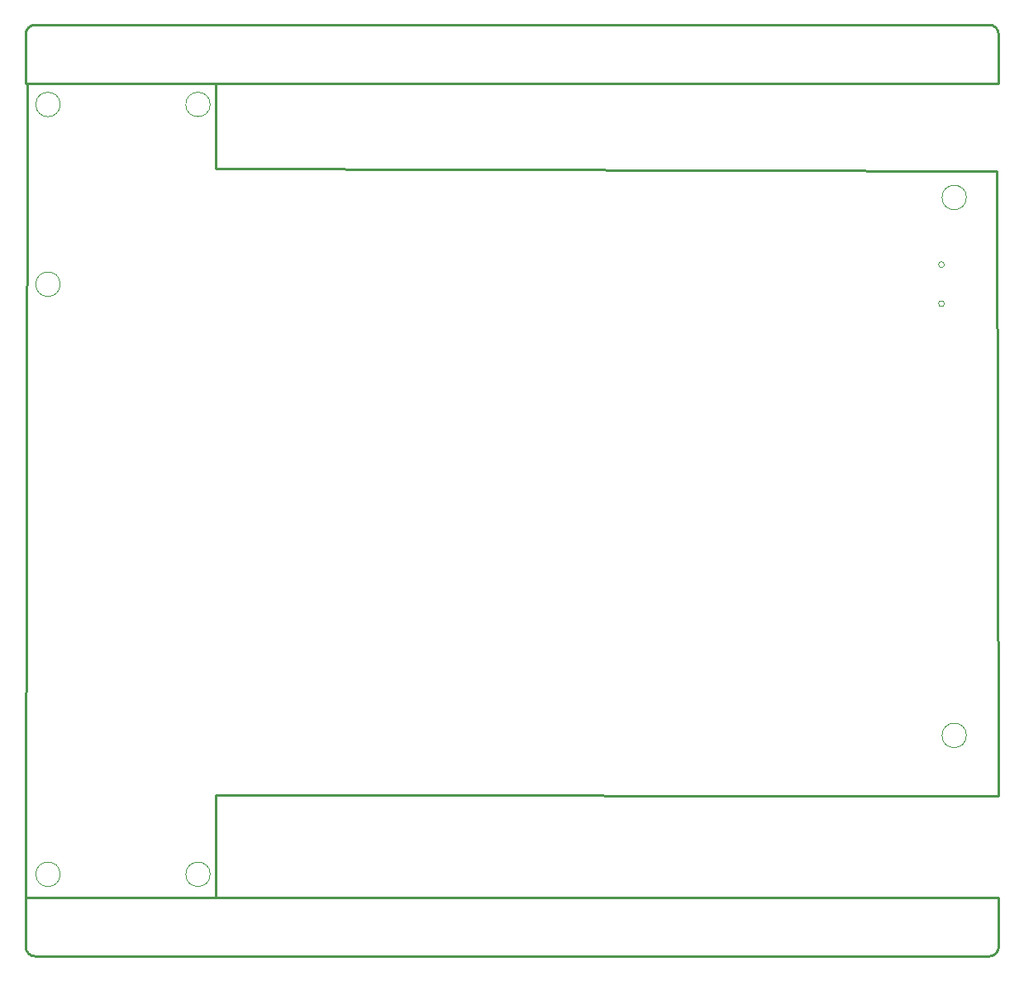
<source format=gko>
G04 Layer: BoardOutlineLayer*
G04 EasyEDA Pro v1.6.32, 2022-10-17 22:27:42*
G04 Gerber Generator version 0.3*
G04 Scale: 100 percent, Rotated: No, Reflected: No*
G04 Dimensions in millimeters*
G04 Leading zeros omitted, absolute positions, 4 integers and 2 decimals*
G04 Panelize: V-CUT, Column: 1, Row: 1, Board Size: 99.693mm x 90.043mm, Panelized Board Size: 99.693mm x 95.438mm, Panelized Method: Only Board Outline*
%FSLAX42Y42*%
%MOMM*%
%ADD10C,0.254*%
%ADD11C,0.0254*%
G75*


G04 Panelize Start*
G54D10*
G01X-5639Y-8674D02*
G01X4330Y-8674D01*
G01X-5639Y-330D02*
G01X4330Y-330D01*
G01X-5639Y-8674D02*
G01X-5639Y-9174D01*
G01X-5639Y-330D02*
G01X-5639Y170D01*
G01X4330Y-8674D02*
G01X4330Y-9174D01*
G01X4330Y-330D02*
G01X4330Y170D01*
G01X-5639Y-9174D02*
G03X-5539Y-9274I100J0D01*
G01X-5539Y270D02*
G03X-5639Y170I0J-100D01*
G01X4230Y-9274D02*
G03X4330Y-9174I0J100D01*
G01X4330Y170D02*
G03X4230Y270I-100J0D01*
G01X-5539Y-9274D02*
G01X-654Y-9274D01*
G01X-5539Y270D02*
G01X-654Y270D01*
G01X4230Y-9274D02*
G01X-654Y-9274D01*
G01X4230Y270D02*
G01X-654Y270D01*
G04 Panelize End*

G04 PolygonModel Start*
G01X-5626Y-330D02*
G01X-3696Y-330D01*
G01Y-1206D01*
G01X4305Y-1231D01*
G01X4330Y-7632D01*
G01X-3696Y-7620D01*
G01Y-8674D01*
G01X-5639D01*
G01X-5626Y-330D01*
G04 PolygonModel End*

G04 Circle Start*
G54D11*
G01X-5535Y-546D02*
G03X-5285Y-546I125J0D01*
G03X-5535I-125J0D01*
G01X-5535Y-2388D02*
G03X-5285Y-2388I125J0D01*
G03X-5535I-125J0D01*
G01X-5535Y-8433D02*
G03X-5285Y-8433I125J0D01*
G03X-5535I-125J0D01*
G01X-3999Y-8433D02*
G03X-3748Y-8433I125J0D01*
G03X-3999I-125J0D01*
G01X3748Y-7010D02*
G03X3999Y-7010I125J0D01*
G03X3748I-125J0D01*
G01X3748Y-1499D02*
G03X3999Y-1499I125J0D01*
G03X3748I-125J0D01*
G01X-3999Y-546D02*
G03X-3748Y-546I125J0D01*
G03X-3999I-125J0D01*
G01X3713Y-2587D02*
G03X3773Y-2587I30J0D01*
G03X3713I-30J0D01*
G01X3713Y-2188D02*
G03X3773Y-2188I30J0D01*
G03X3713I-30J0D01*
G04 Circle End*

M02*

</source>
